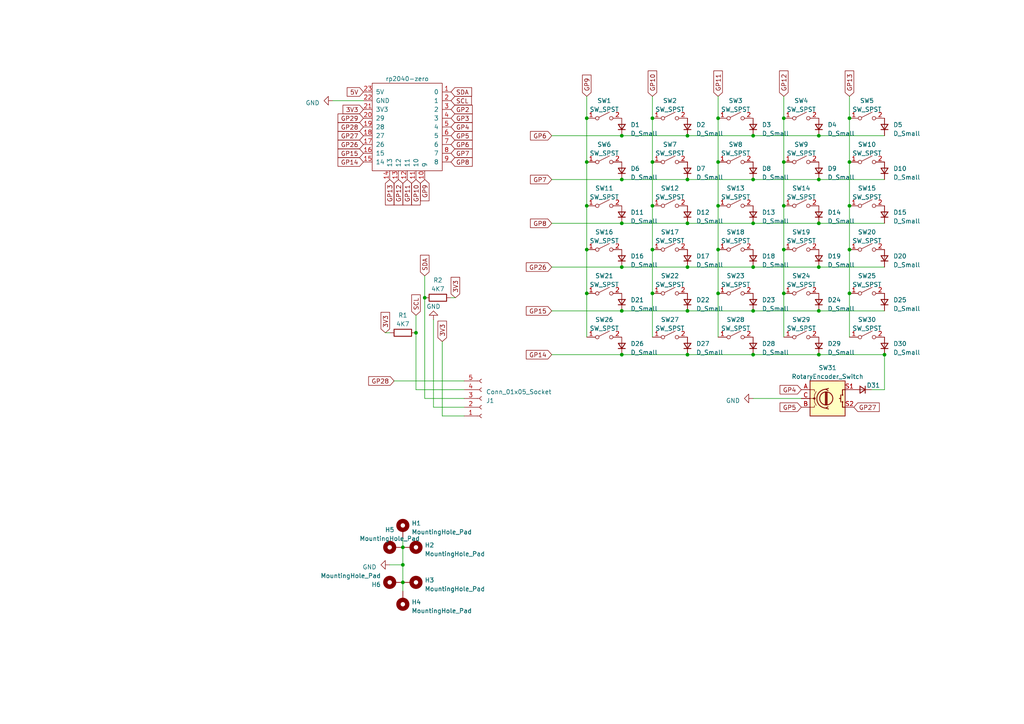
<source format=kicad_sch>
(kicad_sch (version 20230121) (generator eeschema)
  (paper "A4")
  (lib_symbols
    (symbol "Connector:Conn_01x05_Socket" (pin_names (offset 1.016) hide)
      (property "Reference" "J" (at 0 7.62 0))
      (property "Value" "Conn_01x05_Socket" (at 0 -7.62 0))
      (symbol "Conn_01x05_Socket_1_1"
        (arc (start 0 -4.572) (mid -0.5058 -5.08) (end 0 -5.588) (stroke (width 0.1524)))
        (arc (start 0 -2.032) (mid -0.5058 -2.54) (end 0 -3.048) (stroke (width 0.1524)))
        (polyline (pts (xy -1.27 -5.08) (xy -0.508 -5.08)) (stroke (width 0.1524)))
        (polyline (pts (xy -1.27 -2.54) (xy -0.508 -2.54)) (stroke (width 0.1524)))
        (polyline (pts (xy -1.27 0) (xy -0.508 0)) (stroke (width 0.1524)))
        (polyline (pts (xy -1.27 2.54) (xy -0.508 2.54)) (stroke (width 0.1524)))
        (polyline (pts (xy -1.27 5.08) (xy -0.508 5.08)) (stroke (width 0.1524)))
        (arc (start 0 0.508) (mid -0.5058 0) (end 0 -0.508) (stroke (width 0.1524)))
        (arc (start 0 3.048) (mid -0.5058 2.54) (end 0 2.032) (stroke (width 0.1524)))
        (arc (start 0 5.588) (mid -0.5058 5.08) (end 0 4.572) (stroke (width 0.1524)))
        (pin passive line (at -5.08 5.08 0) (length 3.81) (name "Pin_1") (number "1"))
        (pin passive line (at -5.08 2.54 0) (length 3.81) (name "Pin_2") (number "2"))
        (pin passive line (at -5.08 0 0) (length 3.81) (name "Pin_3") (number "3"))
        (pin passive line (at -5.08 -2.54 0) (length 3.81) (name "Pin_4") (number "4"))
        (pin passive line (at -5.08 -5.08 0) (length 3.81) (name "Pin_5") (number "5"))
      )
    )
    (symbol "Device:D_Small" (pin_numbers hide) (pin_names (offset 0.254) hide)
      (property "Reference" "D" (at -1.27 2.032 0))
      (property "Value" "D_Small" (at -3.81 -2.032 0))
      (symbol "D_Small_0_1"
        (polyline (pts (xy -0.762 -1.016) (xy -0.762 1.016)) (stroke (width 0.254)))
        (polyline (pts (xy -0.762 0) (xy 0.762 0)))
        (polyline (pts (xy 0.762 -1.016) (xy -0.762 0) (xy 0.762 1.016) (xy 0.762 -1.016)) (stroke (width 0.254)))
      )
      (symbol "D_Small_1_1"
        (pin passive line (at -2.54 0 0) (length 1.778) (name "K") (number "1"))
        (pin passive line (at 2.54 0 180) (length 1.778) (name "A") (number "2"))
      )
    )
    (symbol "Device:R" (pin_numbers hide) (pin_names (offset 0))
      (property "Reference" "R" (at 2.032 0 90))
      (property "Value" "R" (at 0 0 90))
      (symbol "R_0_1"
        (rectangle (start -1.016 -2.54) (end 1.016 2.54) (stroke (width 0.254)))
      )
      (symbol "R_1_1"
        (pin passive line (at 0 3.81 270) (length 1.27) (name "~") (number "1"))
        (pin passive line (at 0 -3.81 90) (length 1.27) (name "~") (number "2"))
      )
    )
    (symbol "Device:RotaryEncoder_Switch" (pin_names (offset 0.254) hide)
      (property "Reference" "SW" (at 0 6.604 0))
      (property "Value" "RotaryEncoder_Switch" (at 0 -6.604 0))
      (symbol "RotaryEncoder_Switch_0_1"
        (rectangle (start -5.08 5.08) (end 5.08 -5.08) (stroke (width 0.254)) (fill (type background)))
        (circle (center -3.81 0) (radius 0.254) (fill (type outline)))
        (circle (center -0.381 0) (radius 1.905) (stroke (width 0.254)))
        (arc (start -0.381 2.667) (mid -3.0988 -0.0635) (end -0.381 -2.794) (stroke (width 0.254)))
        (polyline (pts (xy -0.635 -1.778) (xy -0.635 1.778)) (stroke (width 0.254)))
        (polyline (pts (xy -0.381 -1.778) (xy -0.381 1.778)) (stroke (width 0.254)))
        (polyline (pts (xy -0.127 1.778) (xy -0.127 -1.778)) (stroke (width 0.254)))
        (polyline (pts (xy 3.81 0) (xy 3.429 0)) (stroke (width 0.254)))
        (polyline (pts (xy 3.81 1.016) (xy 3.81 -1.016)) (stroke (width 0.254)))
        (polyline (pts (xy -5.08 -2.54) (xy -3.81 -2.54) (xy -3.81 -2.032)))
        (polyline (pts (xy -5.08 2.54) (xy -3.81 2.54) (xy -3.81 2.032)))
        (polyline (pts (xy 0.254 -3.048) (xy -0.508 -2.794) (xy 0.127 -2.413)) (stroke (width 0.254)))
        (polyline (pts (xy 0.254 2.921) (xy -0.508 2.667) (xy 0.127 2.286)) (stroke (width 0.254)))
        (polyline (pts (xy 5.08 -2.54) (xy 4.318 -2.54) (xy 4.318 -1.016)) (stroke (width 0.254)))
        (polyline (pts (xy 5.08 2.54) (xy 4.318 2.54) (xy 4.318 1.016)) (stroke (width 0.254)))
        (polyline (pts (xy -5.08 0) (xy -3.81 0) (xy -3.81 -1.016) (xy -3.302 -2.032)))
        (polyline (pts (xy -4.318 0) (xy -3.81 0) (xy -3.81 1.016) (xy -3.302 2.032)))
        (circle (center 4.318 -1.016) (radius 0.127) (stroke (width 0.254)))
        (circle (center 4.318 1.016) (radius 0.127) (stroke (width 0.254)))
      )
      (symbol "RotaryEncoder_Switch_1_1"
        (pin passive line (at -7.62 2.54 0) (length 2.54) (name "A") (number "A"))
        (pin passive line (at -7.62 -2.54 0) (length 2.54) (name "B") (number "B"))
        (pin passive line (at -7.62 0 0) (length 2.54) (name "C") (number "C"))
        (pin passive line (at 7.62 2.54 180) (length 2.54) (name "S1") (number "S1"))
        (pin passive line (at 7.62 -2.54 180) (length 2.54) (name "S2") (number "S2"))
      )
    )
    (symbol "GND_1" (power) (pin_names (offset 0) hide)
      (property "Value" "GND_1" (at 0 -3.81 0))
      (symbol "GND_1_0_1"
        (polyline (pts (xy 0 0) (xy 0 -1.27) (xy 1.27 -1.27) (xy 0 -2.54) (xy -1.27 -1.27) (xy 0 -1.27)))
      )
      (symbol "GND_1_1_1"
        (pin power_in line (at 0 0 270) (length 0) hide (name "GND") (number "1"))
      )
    )
    (symbol "GND_2" (power) (pin_names (offset 0) hide)
      (property "Value" "GND_2" (at 0 -3.81 0))
      (symbol "GND_2_0_1"
        (polyline (pts (xy 0 0) (xy 0 -1.27) (xy 1.27 -1.27) (xy 0 -2.54) (xy -1.27 -1.27) (xy 0 -1.27)))
      )
      (symbol "GND_2_1_1"
        (pin power_in line (at 0 0 270) (length 0) hide (name "GND") (number "1"))
      )
    )
    (symbol "Mechanical:MountingHole_Pad" (pin_numbers hide) (pin_names (offset 1.016) hide)
      (property "Reference" "H" (at 0 6.35 0))
      (property "Value" "MountingHole_Pad" (at 0 4.445 0))
      (symbol "MountingHole_Pad_0_1"
        (circle (center 0 1.27) (radius 1.27) (stroke (width 1.27)))
      )
      (symbol "MountingHole_Pad_1_1"
        (pin input line (at 0 -2.54 90) (length 2.54) (name "1") (number "1"))
      )
    )
    (symbol "Switch:SW_SPST" (pin_names (offset 0) hide)
      (property "Reference" "SW" (at 0 3.175 0))
      (property "Value" "SW_SPST" (at 0 -2.54 0))
      (symbol "SW_SPST_0_0"
        (circle (center -2.032 0) (radius 0.508))
        (polyline (pts (xy -1.524 0.254) (xy 1.524 1.778)))
        (circle (center 2.032 0) (radius 0.508))
      )
      (symbol "SW_SPST_1_1"
        (pin passive line (at -5.08 0 0) (length 2.54) (name "A") (number "1"))
        (pin passive line (at 5.08 0 180) (length 2.54) (name "B") (number "2"))
      )
    )
    (symbol "mcu:rp2040-zero" (pin_names (offset 1.016))
      (property "Reference" "U" (at 0 15.24 0))
      (property "Value" "rp2040-zero" (at 0 12.7 0))
      (symbol "rp2040-zero_0_1"
        (rectangle (start -10.16 11.43) (end 10.16 -13.97))
      )
      (symbol "rp2040-zero_1_1"
        (pin bidirectional line (at 12.7 8.89 180) (length 2.54) (name "0") (number "1"))
        (pin bidirectional line (at 5.08 -16.51 90) (length 2.54) (name "9") (number "10"))
        (pin bidirectional line (at 2.54 -16.51 90) (length 2.54) (name "10") (number "11"))
        (pin bidirectional line (at 0 -16.51 90) (length 2.54) (name "11") (number "12"))
        (pin bidirectional line (at -2.54 -16.51 90) (length 2.54) (name "12") (number "13"))
        (pin bidirectional line (at -5.08 -16.51 90) (length 2.54) (name "13") (number "14"))
        (pin bidirectional line (at -12.7 -11.43 0) (length 2.54) (name "14") (number "15"))
        (pin bidirectional line (at -12.7 -8.89 0) (length 2.54) (name "15") (number "16"))
        (pin bidirectional line (at -12.7 -6.35 0) (length 2.54) (name "26") (number "17"))
        (pin bidirectional line (at -12.7 -3.81 0) (length 2.54) (name "27") (number "18"))
        (pin bidirectional line (at -12.7 -1.27 0) (length 2.54) (name "28") (number "19"))
        (pin bidirectional line (at 12.7 6.35 180) (length 2.54) (name "1") (number "2"))
        (pin bidirectional line (at -12.7 1.27 0) (length 2.54) (name "29") (number "20"))
        (pin power_out line (at -12.7 3.81 0) (length 2.54) (name "3V3") (number "21"))
        (pin power_out line (at -12.7 6.35 0) (length 2.54) (name "GND") (number "22"))
        (pin power_out line (at -12.7 8.89 0) (length 2.54) (name "5V") (number "23"))
        (pin bidirectional line (at 12.7 3.81 180) (length 2.54) (name "2") (number "3"))
        (pin bidirectional line (at 12.7 1.27 180) (length 2.54) (name "3") (number "4"))
        (pin bidirectional line (at 12.7 -1.27 180) (length 2.54) (name "4") (number "5"))
        (pin bidirectional line (at 12.7 -3.81 180) (length 2.54) (name "5") (number "6"))
        (pin bidirectional line (at 12.7 -6.35 180) (length 2.54) (name "6") (number "7"))
        (pin bidirectional line (at 12.7 -8.89 180) (length 2.54) (name "7") (number "8"))
        (pin bidirectional line (at 12.7 -11.43 180) (length 2.54) (name "8") (number "9"))
      )
    )
    (symbol "power:GND" (power) (pin_names (offset 0) hide)
      (property "Value" "GND" (at 0 -3.81 0))
      (symbol "GND_0_1"
        (polyline (pts (xy 0 0) (xy 0 -1.27) (xy 1.27 -1.27) (xy 0 -2.54) (xy -1.27 -1.27) (xy 0 -1.27)))
      )
      (symbol "GND_1_1"
        (pin power_in line (at 0 0 270) (length 0) hide (name "GND") (number "1"))
      )
    )
  )
  (junction (at 180.34 52.07))
  (junction (at 189.23 34.29))
  (junction (at 208.28 72.39))
  (junction (at 237.49 64.77))
  (junction (at 246.38 34.29))
  (junction (at 199.39 77.47))
  (junction (at 189.23 46.99))
  (junction (at 180.34 64.77))
  (junction (at 120.65 96.52))
  (junction (at 246.38 72.39))
  (junction (at 218.44 77.47))
  (junction (at 227.33 34.29))
  (junction (at 199.39 39.37))
  (junction (at 208.28 59.69))
  (junction (at 116.84 158.75))
  (junction (at 199.39 64.77))
  (junction (at 237.49 77.47))
  (junction (at 170.18 46.99))
  (junction (at 227.33 46.99))
  (junction (at 237.49 90.17))
  (junction (at 170.18 72.39))
  (junction (at 199.39 102.87))
  (junction (at 218.44 90.17))
  (junction (at 218.44 102.87))
  (junction (at 180.34 77.47))
  (junction (at 227.33 85.09))
  (junction (at 237.49 52.07))
  (junction (at 123.19 86.36))
  (junction (at 116.84 168.91))
  (junction (at 180.34 90.17))
  (junction (at 170.18 85.09))
  (junction (at 218.44 64.77))
  (junction (at 246.38 59.69))
  (junction (at 170.18 34.29))
  (junction (at 208.28 34.29))
  (junction (at 180.34 102.87))
  (junction (at 116.84 163.83))
  (junction (at 218.44 39.37))
  (junction (at 208.28 46.99))
  (junction (at 227.33 59.69))
  (junction (at 199.39 52.07))
  (junction (at 189.23 59.69))
  (junction (at 227.33 72.39))
  (junction (at 246.38 85.09))
  (junction (at 189.23 72.39))
  (junction (at 199.39 90.17))
  (junction (at 246.38 46.99))
  (junction (at 237.49 102.87))
  (junction (at 180.34 39.37))
  (junction (at 170.18 59.69))
  (junction (at 218.44 52.07))
  (junction (at 208.28 85.09))
  (junction (at 256.54 102.87))
  (junction (at 237.49 39.37))
  (junction (at 189.23 85.09))
  (wire (pts (xy 189.23 46.99) (xy 189.23 59.69)))
  (wire (pts (xy 227.33 59.69) (xy 227.33 72.39)))
  (wire (pts (xy 246.38 46.99) (xy 246.38 59.69)))
  (wire (pts (xy 246.38 27.94) (xy 246.38 34.29)))
  (wire (pts (xy 189.23 27.94) (xy 189.23 34.29)))
  (wire (pts (xy 227.33 34.29) (xy 227.33 46.99)))
  (wire (pts (xy 199.39 52.07) (xy 218.44 52.07)))
  (wire (pts (xy 114.3 110.49) (xy 134.62 110.49)))
  (wire (pts (xy 199.39 77.47) (xy 218.44 77.47)))
  (wire (pts (xy 113.03 163.83) (xy 116.84 163.83)))
  (wire (pts (xy 180.34 52.07) (xy 199.39 52.07)))
  (wire (pts (xy 208.28 34.29) (xy 208.28 46.99)))
  (wire (pts (xy 160.02 52.07) (xy 180.34 52.07)))
  (wire (pts (xy 160.02 64.77) (xy 180.34 64.77)))
  (wire (pts (xy 246.38 59.69) (xy 246.38 72.39)))
  (wire (pts (xy 232.41 115.57) (xy 218.44 115.57)))
  (wire (pts (xy 227.33 27.94) (xy 227.33 34.29)))
  (wire (pts (xy 128.27 99.06) (xy 128.27 120.65)))
  (wire (pts (xy 116.84 156.21) (xy 116.84 158.75)))
  (wire (pts (xy 170.18 59.69) (xy 170.18 72.39)))
  (wire (pts (xy 170.18 46.99) (xy 170.18 59.69)))
  (wire (pts (xy 237.49 39.37) (xy 256.54 39.37)))
  (wire (pts (xy 246.38 85.09) (xy 246.38 97.79)))
  (wire (pts (xy 246.38 72.39) (xy 246.38 85.09)))
  (wire (pts (xy 132.08 86.36) (xy 130.81 86.36)))
  (wire (pts (xy 180.34 102.87) (xy 199.39 102.87)))
  (wire (pts (xy 123.19 86.36) (xy 123.19 115.57)))
  (wire (pts (xy 237.49 102.87) (xy 256.54 102.87)))
  (wire (pts (xy 120.65 96.52) (xy 120.65 113.03)))
  (wire (pts (xy 170.18 72.39) (xy 170.18 85.09)))
  (wire (pts (xy 160.02 39.37) (xy 180.34 39.37)))
  (wire (pts (xy 208.28 27.94) (xy 208.28 34.29)))
  (wire (pts (xy 237.49 64.77) (xy 256.54 64.77)))
  (wire (pts (xy 218.44 90.17) (xy 237.49 90.17)))
  (wire (pts (xy 218.44 39.37) (xy 237.49 39.37)))
  (wire (pts (xy 237.49 90.17) (xy 256.54 90.17)))
  (wire (pts (xy 170.18 27.94) (xy 170.18 34.29)))
  (wire (pts (xy 227.33 46.99) (xy 227.33 59.69)))
  (wire (pts (xy 123.19 115.57) (xy 134.62 115.57)))
  (wire (pts (xy 227.33 85.09) (xy 227.33 97.79)))
  (wire (pts (xy 96.52 29.21) (xy 105.41 29.21)))
  (wire (pts (xy 199.39 90.17) (xy 218.44 90.17)))
  (wire (pts (xy 180.34 77.47) (xy 199.39 77.47)))
  (wire (pts (xy 208.28 85.09) (xy 208.28 97.79)))
  (wire (pts (xy 123.19 80.01) (xy 123.19 86.36)))
  (wire (pts (xy 208.28 46.99) (xy 208.28 59.69)))
  (wire (pts (xy 180.34 39.37) (xy 199.39 39.37)))
  (wire (pts (xy 218.44 77.47) (xy 237.49 77.47)))
  (wire (pts (xy 218.44 52.07) (xy 237.49 52.07)))
  (wire (pts (xy 128.27 120.65) (xy 134.62 120.65)))
  (wire (pts (xy 189.23 85.09) (xy 189.23 97.79)))
  (wire (pts (xy 120.65 91.44) (xy 120.65 96.52)))
  (wire (pts (xy 237.49 77.47) (xy 256.54 77.47)))
  (wire (pts (xy 218.44 102.87) (xy 237.49 102.87)))
  (wire (pts (xy 111.76 96.52) (xy 113.03 96.52)))
  (wire (pts (xy 199.39 102.87) (xy 218.44 102.87)))
  (wire (pts (xy 189.23 34.29) (xy 189.23 46.99)))
  (wire (pts (xy 116.84 163.83) (xy 116.84 168.91)))
  (wire (pts (xy 170.18 34.29) (xy 170.18 46.99)))
  (wire (pts (xy 256.54 113.03) (xy 252.73 113.03)))
  (wire (pts (xy 125.73 92.71) (xy 125.73 118.11)))
  (wire (pts (xy 116.84 168.91) (xy 116.84 171.45)))
  (wire (pts (xy 256.54 102.87) (xy 256.54 113.03)))
  (wire (pts (xy 160.02 77.47) (xy 180.34 77.47)))
  (wire (pts (xy 189.23 59.69) (xy 189.23 72.39)))
  (wire (pts (xy 208.28 72.39) (xy 208.28 85.09)))
  (wire (pts (xy 116.84 158.75) (xy 116.84 163.83)))
  (wire (pts (xy 246.38 34.29) (xy 246.38 46.99)))
  (wire (pts (xy 237.49 52.07) (xy 256.54 52.07)))
  (wire (pts (xy 227.33 72.39) (xy 227.33 85.09)))
  (wire (pts (xy 218.44 64.77) (xy 237.49 64.77)))
  (wire (pts (xy 120.65 113.03) (xy 134.62 113.03)))
  (wire (pts (xy 199.39 64.77) (xy 218.44 64.77)))
  (wire (pts (xy 189.23 72.39) (xy 189.23 85.09)))
  (wire (pts (xy 125.73 118.11) (xy 134.62 118.11)))
  (wire (pts (xy 160.02 90.17) (xy 180.34 90.17)))
  (wire (pts (xy 180.34 64.77) (xy 199.39 64.77)))
  (wire (pts (xy 160.02 102.87) (xy 180.34 102.87)))
  (wire (pts (xy 199.39 39.37) (xy 218.44 39.37)))
  (wire (pts (xy 170.18 85.09) (xy 170.18 97.79)))
  (wire (pts (xy 208.28 59.69) (xy 208.28 72.39)))
  (wire (pts (xy 180.34 90.17) (xy 199.39 90.17)))
  (global_label "GP26" (shape input) (at 105.41 41.91 180) (property "Intersheetrefs" "${INTERSHEET_REFS}" (effects hide)))
  (global_label "GP13" (shape input) (at 246.38 27.94 90) (property "Intersheetrefs" "${INTERSHEET_REFS}" (effects hide)))
  (global_label "3V3" (shape input) (at 128.27 99.06 90) (property "Intersheetrefs" "${INTERSHEET_REFS}" (effects hide)))
  (global_label "SDA" (shape input) (at 130.81 26.67 0) (property "Intersheetrefs" "${INTERSHEET_REFS}" (effects hide)))
  (global_label "GP26" (shape input) (at 160.02 77.47 180) (property "Intersheetrefs" "${INTERSHEET_REFS}" (effects hide)))
  (global_label "GP15" (shape input) (at 105.41 44.45 180) (property "Intersheetrefs" "${INTERSHEET_REFS}" (effects hide)))
  (global_label "GP6" (shape input) (at 160.02 39.37 180) (property "Intersheetrefs" "${INTERSHEET_REFS}" (effects hide)))
  (global_label "GP27" (shape input) (at 247.65 118.11 0) (property "Intersheetrefs" "${INTERSHEET_REFS}" (effects hide)))
  (global_label "3V3" (shape input) (at 105.41 31.75 180) (property "Intersheetrefs" "${INTERSHEET_REFS}" (effects hide)))
  (global_label "GP28" (shape input) (at 105.41 36.83 180) (property "Intersheetrefs" "${INTERSHEET_REFS}" (effects hide)))
  (global_label "GP28" (shape input) (at 114.3 110.49 180) (property "Intersheetrefs" "${INTERSHEET_REFS}" (effects hide)))
  (global_label "GP9" (shape input) (at 123.19 52.07 270) (property "Intersheetrefs" "${INTERSHEET_REFS}" (effects hide)))
  (global_label "GP8" (shape input) (at 130.81 46.99 0) (property "Intersheetrefs" "${INTERSHEET_REFS}" (effects hide)))
  (global_label "GP6" (shape input) (at 130.81 41.91 0) (property "Intersheetrefs" "${INTERSHEET_REFS}" (effects hide)))
  (global_label "GP3" (shape input) (at 130.81 34.29 0) (property "Intersheetrefs" "${INTERSHEET_REFS}" (effects hide)))
  (global_label "SCL" (shape input) (at 130.81 29.21 0) (property "Intersheetrefs" "${INTERSHEET_REFS}" (effects hide)))
  (global_label "GP14" (shape input) (at 105.41 46.99 180) (property "Intersheetrefs" "${INTERSHEET_REFS}" (effects hide)))
  (global_label "GP10" (shape input) (at 120.65 52.07 270) (property "Intersheetrefs" "${INTERSHEET_REFS}" (effects hide)))
  (global_label "GP14" (shape input) (at 160.02 102.87 180) (property "Intersheetrefs" "${INTERSHEET_REFS}" (effects hide)))
  (global_label "GP10" (shape input) (at 189.23 27.94 90) (property "Intersheetrefs" "${INTERSHEET_REFS}" (effects hide)))
  (global_label "GP12" (shape input) (at 227.33 27.94 90) (property "Intersheetrefs" "${INTERSHEET_REFS}" (effects hide)))
  (global_label "GP2" (shape input) (at 130.81 31.75 0) (property "Intersheetrefs" "${INTERSHEET_REFS}" (effects hide)))
  (global_label "3V3" (shape input) (at 132.08 86.36 90) (property "Intersheetrefs" "${INTERSHEET_REFS}" (effects hide)))
  (global_label "GP11" (shape input) (at 208.28 27.94 90) (property "Intersheetrefs" "${INTERSHEET_REFS}" (effects hide)))
  (global_label "GP15" (shape input) (at 160.02 90.17 180) (property "Intersheetrefs" "${INTERSHEET_REFS}" (effects hide)))
  (global_label "SCL" (shape input) (at 120.65 91.44 90) (property "Intersheetrefs" "${INTERSHEET_REFS}" (effects hide)))
  (global_label "GP8" (shape input) (at 160.02 64.77 180) (property "Intersheetrefs" "${INTERSHEET_REFS}" (effects hide)))
  (global_label "GP27" (shape input) (at 105.41 39.37 180) (property "Intersheetrefs" "${INTERSHEET_REFS}" (effects hide)))
  (global_label "GP5" (shape input) (at 130.81 39.37 0) (property "Intersheetrefs" "${INTERSHEET_REFS}" (effects hide)))
  (global_label "GP7" (shape input) (at 160.02 52.07 180) (property "Intersheetrefs" "${INTERSHEET_REFS}" (effects hide)))
  (global_label "GP9" (shape input) (at 170.18 27.94 90) (property "Intersheetrefs" "${INTERSHEET_REFS}" (effects hide)))
  (global_label "3V3" (shape input) (at 111.76 96.52 90) (property "Intersheetrefs" "${INTERSHEET_REFS}" (effects hide)))
  (global_label "GP7" (shape input) (at 130.81 44.45 0) (property "Intersheetrefs" "${INTERSHEET_REFS}" (effects hide)))
  (global_label "GP4" (shape input) (at 130.81 36.83 0) (property "Intersheetrefs" "${INTERSHEET_REFS}" (effects hide)))
  (global_label "GP4" (shape input) (at 232.41 113.03 180) (property "Intersheetrefs" "${INTERSHEET_REFS}" (effects hide)))
  (global_label "GP12" (shape input) (at 115.57 52.07 270) (property "Intersheetrefs" "${INTERSHEET_REFS}" (effects hide)))
  (global_label "SDA" (shape input) (at 123.19 80.01 90) (property "Intersheetrefs" "${INTERSHEET_REFS}" (effects hide)))
  (global_label "GP29" (shape input) (at 105.41 34.29 180) (property "Intersheetrefs" "${INTERSHEET_REFS}" (effects hide)))
  (global_label "GP5" (shape input) (at 232.41 118.11 180) (property "Intersheetrefs" "${INTERSHEET_REFS}" (effects hide)))
  (global_label "5V" (shape input) (at 105.41 26.67 180) (property "Intersheetrefs" "${INTERSHEET_REFS}" (effects hide)))
  (global_label "GP11" (shape input) (at 118.11 52.07 270) (property "Intersheetrefs" "${INTERSHEET_REFS}" (effects hide)))
  (global_label "GP13" (shape input) (at 113.03 52.07 270) (property "Intersheetrefs" "${INTERSHEET_REFS}" (effects hide)))
  (symbol (lib_id "Device:D_Small") (at 256.54 62.23 90) (unit 1)
    (property "Reference" "D15" (at 259.08 61.595 90) (effects (justify right)))
    (property "Value" "D_Small" (at 259.08 64.135 90) (effects (justify right)))
    (property "Footprint" "Pixelbreaker:D_1206_3216Metric_Pad1.42x1.75mm_HandSolder" (effects hide))
    (property "Sim.Device" "D" (effects hide))
    (property "Sim.Pins" "1=K 2=A" (effects hide))
  )
  (symbol (lib_id "Device:D_Small") (at 180.34 49.53 90) (unit 1)
    (property "Reference" "D6" (at 182.88 48.895 90) (effects (justify right)))
    (property "Value" "D_Small" (at 182.88 51.435 90) (effects (justify right)))
    (property "Footprint" "Pixelbreaker:D_1206_3216Metric_Pad1.42x1.75mm_HandSolder" (effects hide))
    (property "Sim.Device" "D" (effects hide))
    (property "Sim.Pins" "1=K 2=A" (effects hide))
  )
  (symbol (lib_id "Switch:SW_SPST") (at 175.26 72.39 0) (unit 1)
    (property "Reference" "SW16" (at 175.26 67.31 0))
    (property "Value" "SW_SPST" (at 175.26 69.85 0))
    (property "Footprint" "Pixelbreaker:SW_Kailh_Choc_V1_1.00u_MX" (effects hide))
  )
  (symbol (lib_id "Device:D_Small") (at 237.49 62.23 90) (unit 1)
    (property "Reference" "D14" (at 240.03 61.595 90) (effects (justify right)))
    (property "Value" "D_Small" (at 240.03 64.135 90) (effects (justify right)))
    (property "Footprint" "Pixelbreaker:D_1206_3216Metric_Pad1.42x1.75mm_HandSolder" (effects hide))
    (property "Sim.Device" "D" (effects hide))
    (property "Sim.Pins" "1=K 2=A" (effects hide))
  )
  (symbol (lib_id "Device:R") (at 127 86.36 90) (unit 1)
    (property "Reference" "R2" (at 127 81.28 90))
    (property "Value" "4K7" (at 127 83.82 90))
    (property "Footprint" "Resistor_SMD:R_1206_3216Metric_Pad1.30x1.75mm_HandSolder" (effects hide))
  )
  (symbol (lib_id "Mechanical:MountingHole_Pad") (at 116.84 173.99 180) (unit 1)
    (property "Reference" "H4" (at 119.38 174.625 0) (effects (justify right)))
    (property "Value" "MountingHole_Pad" (at 119.38 177.165 0) (effects (justify right)))
    (property "Footprint" "MountingHole:MountingHole_2.2mm_M2_ISO7380_Pad_TopBottom" (effects hide))
  )
  (symbol (lib_id "Switch:SW_SPST") (at 232.41 46.99 0) (unit 1)
    (property "Reference" "SW9" (at 232.41 41.91 0))
    (property "Value" "SW_SPST" (at 232.41 44.45 0))
    (property "Footprint" "Pixelbreaker:SW_Kailh_Choc_V1_1.00u_MX" (effects hide))
  )
  (symbol (lib_id "Mechanical:MountingHole_Pad") (at 119.38 168.91 270) (unit 1)
    (property "Reference" "H3" (at 123.19 168.275 90) (effects (justify left)))
    (property "Value" "MountingHole_Pad" (at 123.19 170.815 90) (effects (justify left)))
    (property "Footprint" "MountingHole:MountingHole_2.2mm_M2_ISO7380_Pad_TopBottom" (effects hide))
  )
  (symbol (lib_id "Switch:SW_SPST") (at 251.46 59.69 0) (unit 1)
    (property "Reference" "SW15" (at 251.46 54.61 0))
    (property "Value" "SW_SPST" (at 251.46 57.15 0))
    (property "Footprint" "Pixelbreaker:SW_Kailh_Choc_V1_1.00u_MX" (effects hide))
  )
  (symbol (lib_id "Switch:SW_SPST") (at 213.36 59.69 0) (unit 1)
    (property "Reference" "SW13" (at 213.36 54.61 0))
    (property "Value" "SW_SPST" (at 213.36 57.15 0))
    (property "Footprint" "Pixelbreaker:SW_Kailh_Choc_V1_1.00u_MX" (effects hide))
  )
  (symbol (lib_id "Device:D_Small") (at 256.54 74.93 90) (unit 1)
    (property "Reference" "D20" (at 259.08 74.295 90) (effects (justify right)))
    (property "Value" "D_Small" (at 259.08 76.835 90) (effects (justify right)))
    (property "Footprint" "Pixelbreaker:D_1206_3216Metric_Pad1.42x1.75mm_HandSolder" (effects hide))
    (property "Sim.Device" "D" (effects hide))
    (property "Sim.Pins" "1=K 2=A" (effects hide))
  )
  (symbol (lib_name "GND_1") (lib_id "power:GND") (at 218.44 115.57 270) (unit 1)
    (property "Reference" "#PWR03" (effects hide))
    (property "Value" "GND" (at 214.63 116.205 90) (effects (justify right)))
  )
  (symbol (lib_id "Switch:SW_SPST") (at 194.31 59.69 0) (unit 1)
    (property "Reference" "SW12" (at 194.31 54.61 0))
    (property "Value" "SW_SPST" (at 194.31 57.15 0))
    (property "Footprint" "Pixelbreaker:SW_Kailh_Choc_V1_1.00u_MX" (effects hide))
  )
  (symbol (lib_id "Device:RotaryEncoder_Switch") (at 240.03 115.57 0) (unit 1)
    (property "Reference" "SW31" (at 240.03 106.68 0))
    (property "Value" "RotaryEncoder_Switch" (at 240.03 109.22 0))
    (property "Footprint" "switch:EVQWGD001" (effects hide))
  )
  (symbol (lib_id "Device:D_Small") (at 237.49 49.53 90) (unit 1)
    (property "Reference" "D9" (at 240.03 48.895 90) (effects (justify right)))
    (property "Value" "D_Small" (at 240.03 51.435 90) (effects (justify right)))
    (property "Footprint" "Pixelbreaker:D_1206_3216Metric_Pad1.42x1.75mm_HandSolder" (effects hide))
    (property "Sim.Device" "D" (effects hide))
    (property "Sim.Pins" "1=K 2=A" (effects hide))
  )
  (symbol (lib_id "Mechanical:MountingHole_Pad") (at 116.84 153.67 0) (unit 1)
    (property "Reference" "H1" (at 119.38 151.765 0) (effects (justify left)))
    (property "Value" "MountingHole_Pad" (at 119.38 154.305 0) (effects (justify left)))
    (property "Footprint" "MountingHole:MountingHole_2.2mm_M2_ISO7380_Pad_TopBottom" (effects hide))
  )
  (symbol (lib_id "power:GND") (at 125.73 92.71 180) (unit 1)
    (property "Reference" "#PWR02" (effects hide))
    (property "Value" "GND" (at 125.73 88.9 0))
  )
  (symbol (lib_id "Device:D_Small") (at 199.39 49.53 90) (unit 1)
    (property "Reference" "D7" (at 201.93 48.895 90) (effects (justify right)))
    (property "Value" "D_Small" (at 201.93 51.435 90) (effects (justify right)))
    (property "Footprint" "Pixelbreaker:D_1206_3216Metric_Pad1.42x1.75mm_HandSolder" (effects hide))
    (property "Sim.Device" "D" (effects hide))
    (property "Sim.Pins" "1=K 2=A" (effects hide))
  )
  (symbol (lib_id "Device:D_Small") (at 218.44 36.83 90) (unit 1)
    (property "Reference" "D3" (at 220.98 36.195 90) (effects (justify right)))
    (property "Value" "D_Small" (at 220.98 38.735 90) (effects (justify right)))
    (property "Footprint" "Pixelbreaker:D_1206_3216Metric_Pad1.42x1.75mm_HandSolder" (effects hide))
    (property "Sim.Device" "D" (effects hide))
    (property "Sim.Pins" "1=K 2=A" (effects hide))
  )
  (symbol (lib_id "Switch:SW_SPST") (at 213.36 34.29 0) (unit 1)
    (property "Reference" "SW3" (at 213.36 29.21 0))
    (property "Value" "SW_SPST" (at 213.36 31.75 0))
    (property "Footprint" "Pixelbreaker:SW_Kailh_Choc_V1_1.00u_MX" (effects hide))
  )
  (symbol (lib_name "GND_2") (lib_id "power:GND") (at 96.52 29.21 270) (unit 1)
    (property "Reference" "#PWR01" (effects hide))
    (property "Value" "GND" (at 92.71 29.845 90) (effects (justify right)))
  )
  (symbol (lib_id "Device:D_Small") (at 237.49 36.83 90) (unit 1)
    (property "Reference" "D4" (at 240.03 36.195 90) (effects (justify right)))
    (property "Value" "D_Small" (at 240.03 38.735 90) (effects (justify right)))
    (property "Footprint" "Pixelbreaker:D_1206_3216Metric_Pad1.42x1.75mm_HandSolder" (effects hide))
    (property "Sim.Device" "D" (effects hide))
    (property "Sim.Pins" "1=K 2=A" (effects hide))
  )
  (symbol (lib_id "Device:D_Small") (at 199.39 62.23 90) (unit 1)
    (property "Reference" "D12" (at 201.93 61.595 90) (effects (justify right)))
    (property "Value" "D_Small" (at 201.93 64.135 90) (effects (justify right)))
    (property "Footprint" "Pixelbreaker:D_1206_3216Metric_Pad1.42x1.75mm_HandSolder" (effects hide))
    (property "Sim.Device" "D" (effects hide))
    (property "Sim.Pins" "1=K 2=A" (effects hide))
  )
  (symbol (lib_id "Switch:SW_SPST") (at 213.36 97.79 0) (unit 1)
    (property "Reference" "SW28" (at 213.36 92.71 0))
    (property "Value" "SW_SPST" (at 213.36 95.25 0))
    (property "Footprint" "Pixelbreaker:SW_Kailh_Choc_V1_1.00u_MX" (effects hide))
  )
  (symbol (lib_id "Device:D_Small") (at 250.19 113.03 180) (unit 1)
    (property "Reference" "D31" (at 255.27 111.76 0) (effects (justify left)))
    (property "Value" "D_Small" (effects hide))
    (property "Footprint" "Pixelbreaker:D_1206_3216Metric_Pad1.42x1.75mm_HandSolder" (effects hide))
    (property "Sim.Device" "D" (effects hide))
    (property "Sim.Pins" "1=K 2=A" (effects hide))
  )
  (symbol (lib_id "Device:D_Small") (at 180.34 62.23 90) (unit 1)
    (property "Reference" "D11" (at 182.88 61.595 90) (effects (justify right)))
    (property "Value" "D_Small" (at 182.88 64.135 90) (effects (justify right)))
    (property "Footprint" "Pixelbreaker:D_1206_3216Metric_Pad1.42x1.75mm_HandSolder" (effects hide))
    (property "Sim.Device" "D" (effects hide))
    (property "Sim.Pins" "1=K 2=A" (effects hide))
  )
  (symbol (lib_id "Mechanical:MountingHole_Pad") (at 114.3 158.75 90) (unit 1)
    (property "Reference" "H5" (at 113.03 153.67 90))
    (property "Value" "MountingHole_Pad" (at 113.03 156.21 90))
    (property "Footprint" "MountingHole:MountingHole_2.2mm_M2_ISO7380_Pad_TopBottom" (effects hide))
  )
  (symbol (lib_id "Switch:SW_SPST") (at 175.26 34.29 0) (unit 1)
    (property "Reference" "SW1" (at 175.26 29.21 0))
    (property "Value" "SW_SPST" (at 175.26 31.75 0))
    (property "Footprint" "Pixelbreaker:SW_Kailh_Choc_V1_1.00u_MX" (effects hide))
  )
  (symbol (lib_id "Switch:SW_SPST") (at 175.26 97.79 0) (unit 1)
    (property "Reference" "SW26" (at 175.26 92.71 0))
    (property "Value" "SW_SPST" (at 175.26 95.25 0))
    (property "Footprint" "Pixelbreaker:SW_Kailh_Choc_V1_1.00u_MX" (effects hide))
  )
  (symbol (lib_id "mcu:rp2040-zero") (at 118.11 35.56 0) (unit 1)
    (property "Reference" "RZ1" (effects hide))
    (property "Value" "rp2040-zero" (at 118.11 22.86 0))
    (property "Footprint" "Pixelbreaker:rp2040-zero-tht" (effects hide))
  )
  (symbol (lib_id "Device:D_Small") (at 199.39 74.93 90) (unit 1)
    (property "Reference" "D17" (at 201.93 74.295 90) (effects (justify right)))
    (property "Value" "D_Small" (at 201.93 76.835 90) (effects (justify right)))
    (property "Footprint" "Pixelbreaker:D_1206_3216Metric_Pad1.42x1.75mm_HandSolder" (effects hide))
    (property "Sim.Device" "D" (effects hide))
    (property "Sim.Pins" "1=K 2=A" (effects hide))
  )
  (symbol (lib_id "Device:D_Small") (at 199.39 36.83 90) (unit 1)
    (property "Reference" "D2" (at 201.93 36.195 90) (effects (justify right)))
    (property "Value" "D_Small" (at 201.93 38.735 90) (effects (justify right)))
    (property "Footprint" "Pixelbreaker:D_1206_3216Metric_Pad1.42x1.75mm_HandSolder" (effects hide))
    (property "Sim.Device" "D" (effects hide))
    (property "Sim.Pins" "1=K 2=A" (effects hide))
  )
  (symbol (lib_id "Switch:SW_SPST") (at 232.41 34.29 0) (unit 1)
    (property "Reference" "SW4" (at 232.41 29.21 0))
    (property "Value" "SW_SPST" (at 232.41 31.75 0))
    (property "Footprint" "Pixelbreaker:SW_Kailh_Choc_V1_1.00u_MX" (effects hide))
  )
  (symbol (lib_id "Device:D_Small") (at 218.44 49.53 90) (unit 1)
    (property "Reference" "D8" (at 220.98 48.895 90) (effects (justify right)))
    (property "Value" "D_Small" (at 220.98 51.435 90) (effects (justify right)))
    (property "Footprint" "Pixelbreaker:D_1206_3216Metric_Pad1.42x1.75mm_HandSolder" (effects hide))
    (property "Sim.Device" "D" (effects hide))
    (property "Sim.Pins" "1=K 2=A" (effects hide))
  )
  (symbol (lib_id "Switch:SW_SPST") (at 251.46 34.29 0) (unit 1)
    (property "Reference" "SW5" (at 251.46 29.21 0))
    (property "Value" "SW_SPST" (at 251.46 31.75 0))
    (property "Footprint" "Pixelbreaker:SW_Kailh_Choc_V1_1.00u_MX" (effects hide))
  )
  (symbol (lib_id "Switch:SW_SPST") (at 232.41 72.39 0) (unit 1)
    (property "Reference" "SW19" (at 232.41 67.31 0))
    (property "Value" "SW_SPST" (at 232.41 69.85 0))
    (property "Footprint" "Pixelbreaker:SW_Kailh_Choc_V1_1.00u_MX" (effects hide))
  )
  (symbol (lib_id "Switch:SW_SPST") (at 232.41 59.69 0) (unit 1)
    (property "Reference" "SW14" (at 232.41 54.61 0))
    (property "Value" "SW_SPST" (at 232.41 57.15 0))
    (property "Footprint" "Pixelbreaker:SW_Kailh_Choc_V1_1.00u_MX" (effects hide))
  )
  (symbol (lib_id "Device:D_Small") (at 180.34 36.83 90) (unit 1)
    (property "Reference" "D1" (at 182.88 36.195 90) (effects (justify right)))
    (property "Value" "D_Small" (at 182.88 38.735 90) (effects (justify right)))
    (property "Footprint" "Pixelbreaker:D_1206_3216Metric_Pad1.42x1.75mm_HandSolder" (effects hide))
    (property "Sim.Device" "D" (effects hide))
    (property "Sim.Pins" "1=K 2=A" (effects hide))
  )
  (symbol (lib_id "power:GND") (at 113.03 163.83 270) (unit 1)
    (property "Reference" "#PWR04" (effects hide))
    (property "Value" "GND" (at 109.22 164.465 90) (effects (justify right)))
  )
  (symbol (lib_id "Switch:SW_SPST") (at 194.31 34.29 0) (unit 1)
    (property "Reference" "SW2" (at 194.31 29.21 0))
    (property "Value" "SW_SPST" (at 194.31 31.75 0))
    (property "Footprint" "Pixelbreaker:SW_Kailh_Choc_V1_1.00u_MX" (effects hide))
  )
  (symbol (lib_id "Device:D_Small") (at 218.44 62.23 90) (unit 1)
    (property "Reference" "D13" (at 220.98 61.595 90) (effects (justify right)))
    (property "Value" "D_Small" (at 220.98 64.135 90) (effects (justify right)))
    (property "Footprint" "Pixelbreaker:D_1206_3216Metric_Pad1.42x1.75mm_HandSolder" (effects hide))
    (property "Sim.Device" "D" (effects hide))
    (property "Sim.Pins" "1=K 2=A" (effects hide))
  )
  (symbol (lib_id "Switch:SW_SPST") (at 175.26 59.69 0) (unit 1)
    (property "Reference" "SW11" (at 175.26 54.61 0))
    (property "Value" "SW_SPST" (at 175.26 57.15 0))
    (property "Footprint" "Pixelbreaker:SW_Kailh_Choc_V1_1.00u_MX" (effects hide))
  )
  (symbol (lib_id "Switch:SW_SPST") (at 232.41 85.09 0) (unit 1)
    (property "Reference" "SW24" (at 232.41 80.01 0))
    (property "Value" "SW_SPST" (at 232.41 82.55 0))
    (property "Footprint" "Pixelbreaker:SW_Kailh_Choc_V1_1.00u_MX" (effects hide))
  )
  (symbol (lib_id "Device:R") (at 116.84 96.52 90) (unit 1)
    (property "Reference" "R1" (at 116.84 91.44 90))
    (property "Value" "4K7" (at 116.84 93.98 90))
    (property "Footprint" "Resistor_SMD:R_1206_3216Metric_Pad1.30x1.75mm_HandSolder" (effects hide))
  )
  (symbol (lib_id "Connector:Conn_01x05_Socket") (at 139.7 115.57 0) (mirror x) (unit 1)
    (property "Reference" "J1" (at 140.97 116.205 0) (effects (justify left)))
    (property "Value" "Conn_01x05_Socket" (at 140.97 113.665 0) (effects (justify left)))
    (property "Footprint" "Connector_PinHeader_2.54mm:PinHeader_1x05_P2.54mm_Vertical" (effects hide))
  )
  (symbol (lib_id "Device:D_Small") (at 180.34 100.33 90) (unit 1)
    (property "Reference" "D26" (at 182.88 99.695 90) (effects (justify right)))
    (property "Value" "D_Small" (at 182.88 102.235 90) (effects (justify right)))
    (property "Footprint" "Pixelbreaker:D_1206_3216Metric_Pad1.42x1.75mm_HandSolder" (effects hide))
    (property "Sim.Device" "D" (effects hide))
    (property "Sim.Pins" "1=K 2=A" (effects hide))
  )
  (symbol (lib_id "Device:D_Small") (at 237.49 100.33 90) (unit 1)
    (property "Reference" "D29" (at 240.03 99.695 90) (effects (justify right)))
    (property "Value" "D_Small" (at 240.03 102.235 90) (effects (justify right)))
    (property "Footprint" "Pixelbreaker:D_1206_3216Metric_Pad1.42x1.75mm_HandSolder" (effects hide))
    (property "Sim.Device" "D" (effects hide))
    (property "Sim.Pins" "1=K 2=A" (effects hide))
  )
  (symbol (lib_id "Switch:SW_SPST") (at 194.31 72.39 0) (unit 1)
    (property "Reference" "SW17" (at 194.31 67.31 0))
    (property "Value" "SW_SPST" (at 194.31 69.85 0))
    (property "Footprint" "Pixelbreaker:SW_Kailh_Choc_V1_1.00u_MX" (effects hide))
  )
  (symbol (lib_id "Device:D_Small") (at 199.39 100.33 90) (unit 1)
    (property "Reference" "D27" (at 201.93 99.695 90) (effects (justify right)))
    (property "Value" "D_Small" (at 201.93 102.235 90) (effects (justify right)))
    (property "Footprint" "Pixelbreaker:D_1206_3216Metric_Pad1.42x1.75mm_HandSolder" (effects hide))
    (property "Sim.Device" "D" (effects hide))
    (property "Sim.Pins" "1=K 2=A" (effects hide))
  )
  (symbol (lib_id "Switch:SW_SPST") (at 175.26 46.99 0) (unit 1)
    (property "Reference" "SW6" (at 175.26 41.91 0))
    (property "Value" "SW_SPST" (at 175.26 44.45 0))
    (property "Footprint" "Pixelbreaker:SW_Kailh_Choc_V1_1.00u_MX" (effects hide))
  )
  (symbol (lib_id "Switch:SW_SPST") (at 194.31 97.79 0) (unit 1)
    (property "Reference" "SW27" (at 194.31 92.71 0))
    (property "Value" "SW_SPST" (at 194.31 95.25 0))
    (property "Footprint" "Pixelbreaker:SW_Kailh_Choc_V1_1.00u_MX" (effects hide))
  )
  (symbol (lib_id "Device:D_Small") (at 256.54 100.33 90) (unit 1)
    (property "Reference" "D30" (at 259.08 99.695 90) (effects (justify right)))
    (property "Value" "D_Small" (at 259.08 102.235 90) (effects (justify right)))
    (property "Footprint" "Pixelbreaker:D_1206_3216Metric_Pad1.42x1.75mm_HandSolder" (effects hide))
    (property "Sim.Device" "D" (effects hide))
    (property "Sim.Pins" "1=K 2=A" (effects hide))
  )
  (symbol (lib_id "Switch:SW_SPST") (at 251.46 97.79 0) (unit 1)
    (property "Reference" "SW30" (at 251.46 92.71 0))
    (property "Value" "SW_SPST" (at 251.46 95.25 0))
    (property "Footprint" "Pixelbreaker:SW_Kailh_Choc_V1_1.00u_MX" (effects hide))
  )
  (symbol (lib_id "Mechanical:MountingHole_Pad") (at 114.3 168.91 90) (unit 1)
    (property "Reference" "H6" (at 110.49 169.545 90) (effects (justify left)))
    (property "Value" "MountingHole_Pad" (at 110.49 167.005 90) (effects (justify left)))
    (property "Footprint" "MountingHole:MountingHole_2.2mm_M2_ISO7380_Pad_TopBottom" (effects hide))
  )
  (symbol (lib_id "Switch:SW_SPST") (at 251.46 72.39 0) (unit 1)
    (property "Reference" "SW20" (at 251.46 67.31 0))
    (property "Value" "SW_SPST" (at 251.46 69.85 0))
    (property "Footprint" "Pixelbreaker:SW_Kailh_Choc_V1_1.00u_MX" (effects hide))
  )
  (symbol (lib_id "Switch:SW_SPST") (at 251.46 46.99 0) (unit 1)
    (property "Reference" "SW10" (at 251.46 41.91 0))
    (property "Value" "SW_SPST" (at 251.46 44.45 0))
    (property "Footprint" "Pixelbreaker:SW_Kailh_Choc_V1_1.00u_MX" (effects hide))
  )
  (symbol (lib_id "Switch:SW_SPST") (at 194.31 46.99 0) (unit 1)
    (property "Reference" "SW7" (at 194.31 41.91 0))
    (property "Value" "SW_SPST" (at 194.31 44.45 0))
    (property "Footprint" "Pixelbreaker:SW_Kailh_Choc_V1_1.00u_MX" (effects hide))
  )
  (symbol (lib_id "Switch:SW_SPST") (at 232.41 97.79 0) (unit 1)
    (property "Reference" "SW29" (at 232.41 92.71 0))
    (property "Value" "SW_SPST" (at 232.41 95.25 0))
    (property "Footprint" "Pixelbreaker:SW_Kailh_Choc_V1_1.00u_MX" (effects hide))
  )
  (symbol (lib_id "Device:D_Small") (at 180.34 87.63 90) (unit 1)
    (property "Reference" "D21" (at 182.88 86.995 90) (effects (justify right)))
    (property "Value" "D_Small" (at 182.88 89.535 90) (effects (justify right)))
    (property "Footprint" "Pixelbreaker:D_1206_3216Metric_Pad1.42x1.75mm_HandSolder" (effects hide))
    (property "Sim.Device" "D" (effects hide))
    (property "Sim.Pins" "1=K 2=A" (effects hide))
  )
  (symbol (lib_id "Switch:SW_SPST") (at 251.46 85.09 0) (unit 1)
    (property "Reference" "SW25" (at 251.46 80.01 0))
    (property "Value" "SW_SPST" (at 251.46 82.55 0))
    (property "Footprint" "Pixelbreaker:SW_Kailh_Choc_V1_1.00u_MX" (effects hide))
  )
  (symbol (lib_id "Device:D_Small") (at 218.44 74.93 90) (unit 1)
    (property "Reference" "D18" (at 220.98 74.295 90) (effects (justify right)))
    (property "Value" "D_Small" (at 220.98 76.835 90) (effects (justify right)))
    (property "Footprint" "Pixelbreaker:D_1206_3216Metric_Pad1.42x1.75mm_HandSolder" (effects hide))
    (property "Sim.Device" "D" (effects hide))
    (property "Sim.Pins" "1=K 2=A" (effects hide))
  )
  (symbol (lib_id "Device:D_Small") (at 237.49 87.63 90) (unit 1)
    (property "Reference" "D24" (at 240.03 86.995 90) (effects (justify right)))
    (property "Value" "D_Small" (at 240.03 89.535 90) (effects (justify right)))
    (property "Footprint" "Pixelbreaker:D_1206_3216Metric_Pad1.42x1.75mm_HandSolder" (effects hide))
    (property "Sim.Device" "D" (effects hide))
    (property "Sim.Pins" "1=K 2=A" (effects hide))
  )
  (symbol (lib_id "Switch:SW_SPST") (at 213.36 72.39 0) (unit 1)
    (property "Reference" "SW18" (at 213.36 67.31 0))
    (property "Value" "SW_SPST" (at 213.36 69.85 0))
    (property "Footprint" "Pixelbreaker:SW_Kailh_Choc_V1_1.00u_MX" (effects hide))
  )
  (symbol (lib_id "Device:D_Small") (at 218.44 87.63 90) (unit 1)
    (property "Reference" "D23" (at 220.98 86.995 90) (effects (justify right)))
    (property "Value" "D_Small" (at 220.98 89.535 90) (effects (justify right)))
    (property "Footprint" "Pixelbreaker:D_1206_3216Metric_Pad1.42x1.75mm_HandSolder" (effects hide))
    (property "Sim.Device" "D" (effects hide))
    (property "Sim.Pins" "1=K 2=A" (effects hide))
  )
  (symbol (lib_id "Switch:SW_SPST") (at 213.36 46.99 0) (unit 1)
    (property "Reference" "SW8" (at 213.36 41.91 0))
    (property "Value" "SW_SPST" (at 213.36 44.45 0))
    (property "Footprint" "Pixelbreaker:SW_Kailh_Choc_V1_1.00u_MX" (effects hide))
  )
  (symbol (lib_id "Switch:SW_SPST") (at 194.31 85.09 0) (unit 1)
    (property "Reference" "SW22" (at 194.31 80.01 0))
    (property "Value" "SW_SPST" (at 194.31 82.55 0))
    (property "Footprint" "Pixelbreaker:SW_Kailh_Choc_V1_1.00u_MX" (effects hide))
  )
  (symbol (lib_id "Switch:SW_SPST") (at 175.26 85.09 0) (unit 1)
    (property "Reference" "SW21" (at 175.26 80.01 0))
    (property "Value" "SW_SPST" (at 175.26 82.55 0))
    (property "Footprint" "Pixelbreaker:SW_Kailh_Choc_V1_1.00u_MX" (effects hide))
  )
  (symbol (lib_id "Device:D_Small") (at 218.44 100.33 90) (unit 1)
    (property "Reference" "D28" (at 220.98 99.695 90) (effects (justify right)))
    (property "Value" "D_Small" (at 220.98 102.235 90) (effects (justify right)))
    (property "Footprint" "Pixelbreaker:D_1206_3216Metric_Pad1.42x1.75mm_HandSolder" (effects hide))
    (property "Sim.Device" "D" (effects hide))
    (property "Sim.Pins" "1=K 2=A" (effects hide))
  )
  (symbol (lib_id "Switch:SW_SPST") (at 213.36 85.09 0) (unit 1)
    (property "Reference" "SW23" (at 213.36 80.01 0))
    (property "Value" "SW_SPST" (at 213.36 82.55 0))
    (property "Footprint" "Pixelbreaker:SW_Kailh_Choc_V1_1.00u_MX" (effects hide))
  )
  (symbol (lib_id "Device:D_Small") (at 237.49 74.93 90) (unit 1)
    (property "Reference" "D19" (at 240.03 74.295 90) (effects (justify right)))
    (property "Value" "D_Small" (at 240.03 76.835 90) (effects (justify right)))
    (property "Footprint" "Pixelbreaker:D_1206_3216Metric_Pad1.42x1.75mm_HandSolder" (effects hide))
    (property "Sim.Device" "D" (effects hide))
    (property "Sim.Pins" "1=K 2=A" (effects hide))
  )
  (symbol (lib_id "Device:D_Small") (at 199.39 87.63 90) (unit 1)
    (property "Reference" "D22" (at 201.93 86.995 90) (effects (justify right)))
    (property "Value" "D_Small" (at 201.93 89.535 90) (effects (justify right)))
    (property "Footprint" "Pixelbreaker:D_1206_3216Metric_Pad1.42x1.75mm_HandSolder" (effects hide))
    (property "Sim.Device" "D" (effects hide))
    (property "Sim.Pins" "1=K 2=A" (effects hide))
  )
  (symbol (lib_id "Mechanical:MountingHole_Pad") (at 119.38 158.75 270) (unit 1)
    (property "Reference" "H2" (at 123.19 158.115 90) (effects (justify left)))
    (property "Value" "MountingHole_Pad" (at 123.19 160.655 90) (effects (justify left)))
    (property "Footprint" "MountingHole:MountingHole_2.2mm_M2_ISO7380_Pad_TopBottom" (effects hide))
  )
  (symbol (lib_id "Device:D_Small") (at 256.54 49.53 90) (unit 1)
    (property "Reference" "D10" (at 259.08 48.895 90) (effects (justify right)))
    (property "Value" "D_Small" (at 259.08 51.435 90) (effects (justify right)))
    (property "Footprint" "Pixelbreaker:D_1206_3216Metric_Pad1.42x1.75mm_HandSolder" (effects hide))
    (property "Sim.Device" "D" (effects hide))
    (property "Sim.Pins" "1=K 2=A" (effects hide))
  )
  (symbol (lib_id "Device:D_Small") (at 256.54 36.83 90) (unit 1)
    (property "Reference" "D5" (at 259.08 36.195 90) (effects (justify right)))
    (property "Value" "D_Small" (at 259.08 38.735 90) (effects (justify right)))
    (property "Footprint" "Pixelbreaker:D_1206_3216Metric_Pad1.42x1.75mm_HandSolder" (effects hide))
    (property "Sim.Device" "D" (effects hide))
    (property "Sim.Pins" "1=K 2=A" (effects hide))
  )
  (symbol (lib_id "Device:D_Small") (at 180.34 74.93 90) (unit 1)
    (property "Reference" "D16" (at 182.88 74.295 90) (effects (justify right)))
    (property "Value" "D_Small" (at 182.88 76.835 90) (effects (justify right)))
    (property "Footprint" "Pixelbreaker:D_1206_3216Metric_Pad1.42x1.75mm_HandSolder" (effects hide))
    (property "Sim.Device" "D" (effects hide))
    (property "Sim.Pins" "1=K 2=A" (effects hide))
  )
  (symbol (lib_id "Device:D_Small") (at 256.54 87.63 90) (unit 1)
    (property "Reference" "D25" (at 259.08 86.995 90) (effects (justify right)))
    (property "Value" "D_Small" (at 259.08 89.535 90) (effects (justify right)))
    (property "Footprint" "Pixelbreaker:D_1206_3216Metric_Pad1.42x1.75mm_HandSolder" (effects hide))
    (property "Sim.Device" "D" (effects hide))
    (property "Sim.Pins" "1=K 2=A" (effects hide))
  )
)
</source>
